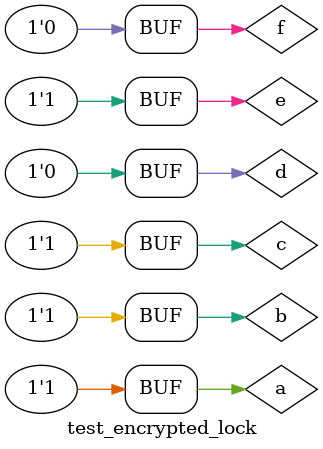
<source format=v>
`timescale 1ns / 1ps


module test_encrypted_lock;

	// Inputs
	reg a;
	reg b;
	reg c;
	reg d;
	reg e;
	reg f;

	// Outputs
	wire z;

	// Instantiate the Unit Under Test (UUT)
	encrypted_lock uut (
		.a(a), 
		.b(b), 
		.c(c), 
		.d(d), 
		.e(e), 
		.f(f), 
		.z(z)
	);

	initial begin
		// Initialize Inputs
		a = 0;
		b = 0;
		c = 0;
		d = 0;
		e = 0;
		f = 0;

		// Wait 100 ns for global reset to finish
		#100;
        
		// Add stimulus here
		
		a = 0;
		b = 1;
		c = 0;
		d = 1;
		e = 0;
		f = 1;

		
		#100;
		
		a = 1;
		b = 0;
		c = 1;
		d = 0;
		e = 1;
		f = 1;

		#100;
		
		a = 0;
		b = 0;
		c = 1;
		d = 0;
		e = 1;
		f = 0;

		#100;
		
		a = 1;
		b = 0;
		c = 1;
		d = 0;
		e = 1;
		f = 0;

		#100;
		
		a = 0;
		b = 1;
		c = 1;
		d = 0;
		e = 1;
		f = 0;

		#100;
		
		a = 0;
		b = 1;
		c = 1;
		d = 0;
		e = 1;
		f = 1;

		#100;
		
		a = 1;
		b = 1;
		c = 1;
		d = 0;
		e = 1;
		f = 0;

		#100;

	end
      
endmodule


</source>
